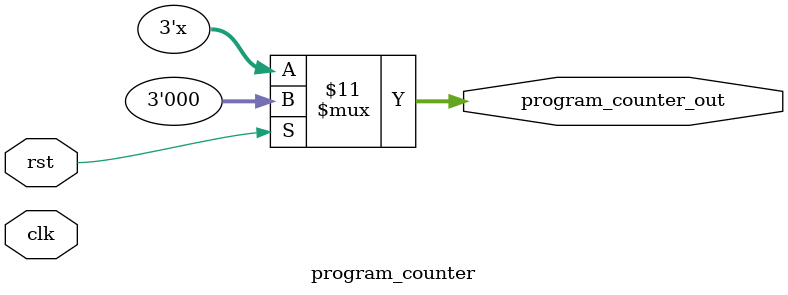
<source format=v>
module program_counter(input clk,rst,output reg[2:0]program_counter_out);

reg [2:0]temp;
always@(*)
    begin
        if(rst)
            begin
                program_counter_out<=3'b000;
                temp<=3'b000;
            end
        else if(temp<3'b111)
                begin
                    program_counter_out<=temp;
                    temp<=temp+1;
                end
    end
endmodule

</source>
